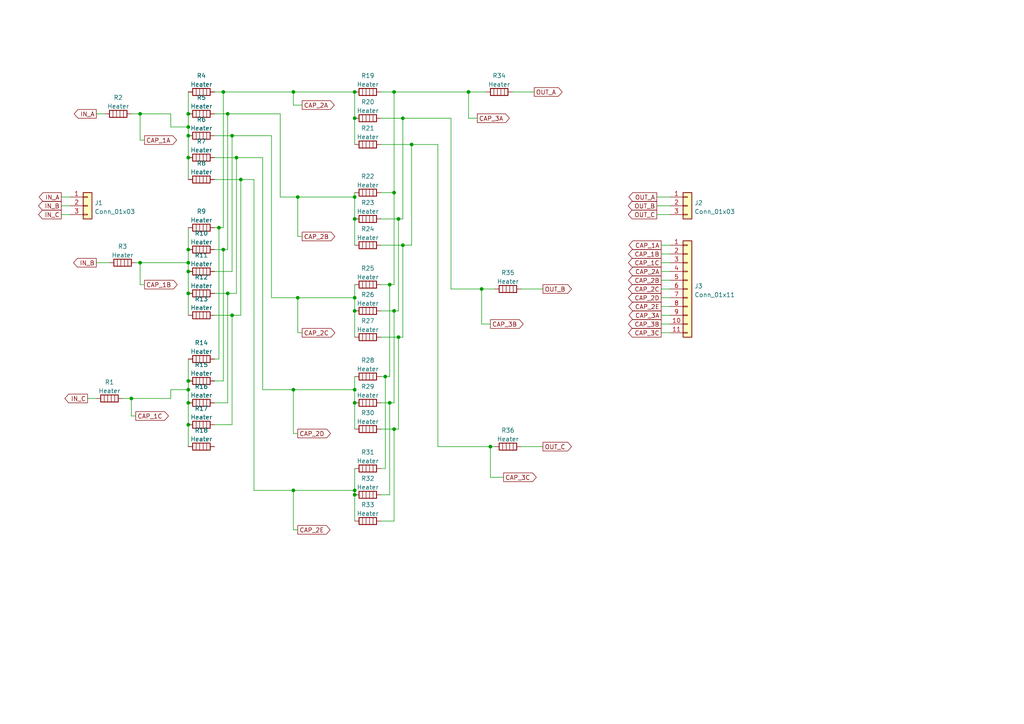
<source format=kicad_sch>
(kicad_sch (version 20211123) (generator eeschema)
  (paper "A4")
  (lib_symbols
    (symbol "Connector_Generic:Conn_01x03" (pin_names (offset 1.016) hide)
      (property "Reference" "J" (at 0 5.08 0))
      (property "Value" "Conn_01x03" (at 0 -5.08 0))
      (symbol "Conn_01x03_1_1"
        (rectangle (start -1.27 -2.413) (end 0 -2.667) (stroke (width 0.1524)))
        (rectangle (start -1.27 0.127) (end 0 -0.127) (stroke (width 0.1524)))
        (rectangle (start -1.27 2.667) (end 0 2.413) (stroke (width 0.1524)))
        (rectangle (start -1.27 3.81) (end 1.27 -3.81) (stroke (width 0.254)) (fill (type background)))
        (pin passive line (at -5.08 2.54 0) (length 3.81) (name "Pin_1") (number "1"))
        (pin passive line (at -5.08 0 0) (length 3.81) (name "Pin_2") (number "2"))
        (pin passive line (at -5.08 -2.54 0) (length 3.81) (name "Pin_3") (number "3"))
      )
    )
    (symbol "Connector_Generic:Conn_01x11" (pin_names (offset 1.016) hide)
      (property "Reference" "J" (at 0 15.24 0))
      (property "Value" "Conn_01x11" (at 0 -15.24 0))
      (symbol "Conn_01x11_1_1"
        (rectangle (start -1.27 -12.573) (end 0 -12.827) (stroke (width 0.1524)))
        (rectangle (start -1.27 -10.033) (end 0 -10.287) (stroke (width 0.1524)))
        (rectangle (start -1.27 -7.493) (end 0 -7.747) (stroke (width 0.1524)))
        (rectangle (start -1.27 -4.953) (end 0 -5.207) (stroke (width 0.1524)))
        (rectangle (start -1.27 -2.413) (end 0 -2.667) (stroke (width 0.1524)))
        (rectangle (start -1.27 0.127) (end 0 -0.127) (stroke (width 0.1524)))
        (rectangle (start -1.27 2.667) (end 0 2.413) (stroke (width 0.1524)))
        (rectangle (start -1.27 5.207) (end 0 4.953) (stroke (width 0.1524)))
        (rectangle (start -1.27 7.747) (end 0 7.493) (stroke (width 0.1524)))
        (rectangle (start -1.27 10.287) (end 0 10.033) (stroke (width 0.1524)))
        (rectangle (start -1.27 12.827) (end 0 12.573) (stroke (width 0.1524)))
        (rectangle (start -1.27 13.97) (end 1.27 -13.97) (stroke (width 0.254)) (fill (type background)))
        (pin passive line (at -5.08 12.7 0) (length 3.81) (name "Pin_1") (number "1"))
        (pin passive line (at -5.08 -10.16 0) (length 3.81) (name "Pin_10") (number "10"))
        (pin passive line (at -5.08 -12.7 0) (length 3.81) (name "Pin_11") (number "11"))
        (pin passive line (at -5.08 10.16 0) (length 3.81) (name "Pin_2") (number "2"))
        (pin passive line (at -5.08 7.62 0) (length 3.81) (name "Pin_3") (number "3"))
        (pin passive line (at -5.08 5.08 0) (length 3.81) (name "Pin_4") (number "4"))
        (pin passive line (at -5.08 2.54 0) (length 3.81) (name "Pin_5") (number "5"))
        (pin passive line (at -5.08 0 0) (length 3.81) (name "Pin_6") (number "6"))
        (pin passive line (at -5.08 -2.54 0) (length 3.81) (name "Pin_7") (number "7"))
        (pin passive line (at -5.08 -5.08 0) (length 3.81) (name "Pin_8") (number "8"))
        (pin passive line (at -5.08 -7.62 0) (length 3.81) (name "Pin_9") (number "9"))
      )
    )
    (symbol "Device:Heater" (pin_numbers hide) (pin_names (offset 0))
      (property "Reference" "R" (at 2.032 0 90))
      (property "Value" "Heater" (at -2.032 0 90))
      (symbol "Heater_0_1"
        (rectangle (start -1.016 -2.54) (end 1.016 2.54) (stroke (width 0.254)))
        (polyline (pts (xy -1.016 1.524) (xy 1.016 1.524)))
        (polyline (pts (xy 1.016 -1.524) (xy -1.016 -1.524)))
        (polyline (pts (xy 1.016 -0.508) (xy -1.016 -0.508)))
        (polyline (pts (xy 1.016 0.508) (xy -1.016 0.508)))
      )
      (symbol "Heater_1_1"
        (pin passive line (at 0 3.81 270) (length 1.27) (name "~") (number "1"))
        (pin passive line (at 0 -3.81 90) (length 1.27) (name "~") (number "2"))
      )
    )
  )
  (junction (at 54.61 39.37))
  (junction (at 114.3 90.17))
  (junction (at 64.77 26.67))
  (junction (at 40.64 76.2))
  (junction (at 54.61 33.02))
  (junction (at 102.87 34.29))
  (junction (at 102.87 63.5))
  (junction (at 69.85 52.07))
  (junction (at 139.7 83.82))
  (junction (at 54.61 78.74))
  (junction (at 40.64 33.02))
  (junction (at 114.3 124.46))
  (junction (at 116.84 71.12))
  (junction (at 54.61 36.83))
  (junction (at 66.04 33.02))
  (junction (at 54.61 85.09))
  (junction (at 54.61 110.49))
  (junction (at 102.87 86.36))
  (junction (at 68.58 45.72))
  (junction (at 85.09 113.03))
  (junction (at 38.1 115.57))
  (junction (at 102.87 113.03))
  (junction (at 85.09 142.24))
  (junction (at 102.87 143.51))
  (junction (at 86.36 57.15))
  (junction (at 113.03 82.55))
  (junction (at 54.61 116.84))
  (junction (at 102.87 90.17))
  (junction (at 54.61 72.39))
  (junction (at 67.31 39.37))
  (junction (at 135.89 26.67))
  (junction (at 66.04 85.09))
  (junction (at 102.87 116.84))
  (junction (at 54.61 123.19))
  (junction (at 54.61 113.03))
  (junction (at 111.76 109.22))
  (junction (at 114.3 26.67))
  (junction (at 114.3 55.88))
  (junction (at 102.87 26.67))
  (junction (at 119.38 41.91))
  (junction (at 113.03 116.84))
  (junction (at 85.09 26.67))
  (junction (at 102.87 57.15))
  (junction (at 142.24 129.54))
  (junction (at 63.5 66.04))
  (junction (at 67.31 91.44))
  (junction (at 102.87 142.24))
  (junction (at 86.36 86.36))
  (junction (at 54.61 45.72))
  (junction (at 115.57 63.5))
  (junction (at 115.57 97.79))
  (junction (at 116.84 34.29))
  (junction (at 64.77 72.39))
  (junction (at 54.61 76.2))
  (wire (pts (xy 27.94 76.2) (xy 31.75 76.2)))
  (wire (pts (xy 102.87 143.51) (xy 102.87 142.24)))
  (wire (pts (xy 62.23 66.04) (xy 63.5 66.04)))
  (wire (pts (xy 85.09 26.67) (xy 85.09 30.48)))
  (wire (pts (xy 73.66 52.07) (xy 73.66 142.24)))
  (wire (pts (xy 127 129.54) (xy 142.24 129.54)))
  (wire (pts (xy 40.64 33.02) (xy 49.53 33.02)))
  (wire (pts (xy 73.66 142.24) (xy 85.09 142.24)))
  (wire (pts (xy 115.57 97.79) (xy 116.84 97.79)))
  (wire (pts (xy 110.49 41.91) (xy 119.38 41.91)))
  (wire (pts (xy 116.84 71.12) (xy 119.38 71.12)))
  (wire (pts (xy 49.53 115.57) (xy 49.53 113.03)))
  (wire (pts (xy 110.49 26.67) (xy 114.3 26.67)))
  (wire (pts (xy 54.61 72.39) (xy 54.61 76.2)))
  (wire (pts (xy 191.77 78.74) (xy 194.31 78.74)))
  (wire (pts (xy 191.77 96.52) (xy 194.31 96.52)))
  (wire (pts (xy 17.78 57.15) (xy 20.32 57.15)))
  (wire (pts (xy 86.36 96.52) (xy 86.36 86.36)))
  (wire (pts (xy 151.13 129.54) (xy 157.48 129.54)))
  (wire (pts (xy 54.61 85.09) (xy 54.61 78.74)))
  (wire (pts (xy 78.74 39.37) (xy 78.74 86.36)))
  (wire (pts (xy 139.7 83.82) (xy 143.51 83.82)))
  (wire (pts (xy 114.3 55.88) (xy 114.3 26.67)))
  (wire (pts (xy 86.36 125.73) (xy 85.09 125.73)))
  (wire (pts (xy 40.64 76.2) (xy 54.61 76.2)))
  (wire (pts (xy 115.57 63.5) (xy 116.84 63.5)))
  (wire (pts (xy 111.76 135.89) (xy 111.76 109.22)))
  (wire (pts (xy 62.23 52.07) (xy 69.85 52.07)))
  (wire (pts (xy 142.24 129.54) (xy 143.51 129.54)))
  (wire (pts (xy 40.64 82.55) (xy 40.64 76.2)))
  (wire (pts (xy 102.87 124.46) (xy 102.87 116.84)))
  (wire (pts (xy 54.61 113.03) (xy 54.61 116.84)))
  (wire (pts (xy 62.23 91.44) (xy 67.31 91.44)))
  (wire (pts (xy 116.84 34.29) (xy 130.81 34.29)))
  (wire (pts (xy 54.61 104.14) (xy 54.61 110.49)))
  (wire (pts (xy 139.7 93.98) (xy 139.7 83.82)))
  (wire (pts (xy 54.61 52.07) (xy 54.61 45.72)))
  (wire (pts (xy 102.87 34.29) (xy 102.87 26.67)))
  (wire (pts (xy 25.4 115.57) (xy 27.94 115.57)))
  (wire (pts (xy 68.58 45.72) (xy 76.2 45.72)))
  (wire (pts (xy 111.76 109.22) (xy 113.03 109.22)))
  (wire (pts (xy 102.87 142.24) (xy 102.87 135.89)))
  (wire (pts (xy 62.23 85.09) (xy 66.04 85.09)))
  (wire (pts (xy 110.49 124.46) (xy 114.3 124.46)))
  (wire (pts (xy 191.77 81.28) (xy 194.31 81.28)))
  (wire (pts (xy 115.57 124.46) (xy 115.57 97.79)))
  (wire (pts (xy 39.37 120.65) (xy 38.1 120.65)))
  (wire (pts (xy 110.49 116.84) (xy 113.03 116.84)))
  (wire (pts (xy 38.1 115.57) (xy 49.53 115.57)))
  (wire (pts (xy 119.38 41.91) (xy 127 41.91)))
  (wire (pts (xy 41.91 82.55) (xy 40.64 82.55)))
  (wire (pts (xy 54.61 39.37) (xy 54.61 36.83)))
  (wire (pts (xy 114.3 116.84) (xy 114.3 90.17)))
  (wire (pts (xy 116.84 97.79) (xy 116.84 71.12)))
  (wire (pts (xy 39.37 76.2) (xy 40.64 76.2)))
  (wire (pts (xy 54.61 110.49) (xy 54.61 113.03)))
  (wire (pts (xy 54.61 91.44) (xy 54.61 85.09)))
  (wire (pts (xy 69.85 91.44) (xy 69.85 52.07)))
  (wire (pts (xy 114.3 90.17) (xy 115.57 90.17)))
  (wire (pts (xy 113.03 82.55) (xy 114.3 82.55)))
  (wire (pts (xy 63.5 66.04) (xy 64.77 66.04)))
  (wire (pts (xy 191.77 91.44) (xy 194.31 91.44)))
  (wire (pts (xy 130.81 34.29) (xy 130.81 83.82)))
  (wire (pts (xy 191.77 71.12) (xy 194.31 71.12)))
  (wire (pts (xy 66.04 72.39) (xy 66.04 33.02)))
  (wire (pts (xy 130.81 83.82) (xy 139.7 83.82)))
  (wire (pts (xy 114.3 26.67) (xy 135.89 26.67)))
  (wire (pts (xy 85.09 113.03) (xy 102.87 113.03)))
  (wire (pts (xy 62.23 104.14) (xy 63.5 104.14)))
  (wire (pts (xy 54.61 45.72) (xy 54.61 39.37)))
  (wire (pts (xy 66.04 116.84) (xy 66.04 85.09)))
  (wire (pts (xy 85.09 26.67) (xy 102.87 26.67)))
  (wire (pts (xy 102.87 113.03) (xy 102.87 109.22)))
  (wire (pts (xy 110.49 135.89) (xy 111.76 135.89)))
  (wire (pts (xy 64.77 26.67) (xy 85.09 26.67)))
  (wire (pts (xy 85.09 125.73) (xy 85.09 113.03)))
  (wire (pts (xy 41.91 40.64) (xy 40.64 40.64)))
  (wire (pts (xy 38.1 33.02) (xy 40.64 33.02)))
  (wire (pts (xy 40.64 40.64) (xy 40.64 33.02)))
  (wire (pts (xy 78.74 86.36) (xy 86.36 86.36)))
  (wire (pts (xy 110.49 55.88) (xy 114.3 55.88)))
  (wire (pts (xy 146.05 138.43) (xy 142.24 138.43)))
  (wire (pts (xy 113.03 116.84) (xy 114.3 116.84)))
  (wire (pts (xy 62.23 72.39) (xy 64.77 72.39)))
  (wire (pts (xy 54.61 76.2) (xy 54.61 78.74)))
  (wire (pts (xy 142.24 93.98) (xy 139.7 93.98)))
  (wire (pts (xy 138.43 34.29) (xy 135.89 34.29)))
  (wire (pts (xy 62.23 78.74) (xy 67.31 78.74)))
  (wire (pts (xy 81.28 57.15) (xy 86.36 57.15)))
  (wire (pts (xy 62.23 45.72) (xy 68.58 45.72)))
  (wire (pts (xy 110.49 71.12) (xy 116.84 71.12)))
  (wire (pts (xy 68.58 85.09) (xy 68.58 45.72)))
  (wire (pts (xy 87.63 68.58) (xy 86.36 68.58)))
  (wire (pts (xy 191.77 93.98) (xy 194.31 93.98)))
  (wire (pts (xy 86.36 86.36) (xy 102.87 86.36)))
  (wire (pts (xy 62.23 110.49) (xy 64.77 110.49)))
  (wire (pts (xy 110.49 109.22) (xy 111.76 109.22)))
  (wire (pts (xy 110.49 97.79) (xy 115.57 97.79)))
  (wire (pts (xy 102.87 57.15) (xy 102.87 63.5)))
  (wire (pts (xy 67.31 78.74) (xy 67.31 39.37)))
  (wire (pts (xy 190.5 59.69) (xy 194.31 59.69)))
  (wire (pts (xy 102.87 97.79) (xy 102.87 90.17)))
  (wire (pts (xy 102.87 116.84) (xy 102.87 113.03)))
  (wire (pts (xy 127 41.91) (xy 127 129.54)))
  (wire (pts (xy 191.77 73.66) (xy 194.31 73.66)))
  (wire (pts (xy 191.77 88.9) (xy 194.31 88.9)))
  (wire (pts (xy 110.49 63.5) (xy 115.57 63.5)))
  (wire (pts (xy 191.77 76.2) (xy 194.31 76.2)))
  (wire (pts (xy 85.09 142.24) (xy 102.87 142.24)))
  (wire (pts (xy 135.89 26.67) (xy 135.89 34.29)))
  (wire (pts (xy 191.77 86.36) (xy 194.31 86.36)))
  (wire (pts (xy 66.04 85.09) (xy 68.58 85.09)))
  (wire (pts (xy 17.78 59.69) (xy 20.32 59.69)))
  (wire (pts (xy 67.31 123.19) (xy 67.31 91.44)))
  (wire (pts (xy 110.49 82.55) (xy 113.03 82.55)))
  (wire (pts (xy 102.87 82.55) (xy 102.87 86.36)))
  (wire (pts (xy 64.77 72.39) (xy 66.04 72.39)))
  (wire (pts (xy 69.85 52.07) (xy 73.66 52.07)))
  (wire (pts (xy 76.2 113.03) (xy 85.09 113.03)))
  (wire (pts (xy 116.84 63.5) (xy 116.84 34.29)))
  (wire (pts (xy 191.77 83.82) (xy 194.31 83.82)))
  (wire (pts (xy 102.87 55.88) (xy 102.87 57.15)))
  (wire (pts (xy 110.49 151.13) (xy 114.3 151.13)))
  (wire (pts (xy 49.53 33.02) (xy 49.53 36.83)))
  (wire (pts (xy 49.53 36.83) (xy 54.61 36.83)))
  (wire (pts (xy 76.2 45.72) (xy 76.2 113.03)))
  (wire (pts (xy 110.49 90.17) (xy 114.3 90.17)))
  (wire (pts (xy 67.31 39.37) (xy 78.74 39.37)))
  (wire (pts (xy 113.03 109.22) (xy 113.03 82.55)))
  (wire (pts (xy 135.89 26.67) (xy 140.97 26.67)))
  (wire (pts (xy 81.28 33.02) (xy 81.28 57.15)))
  (wire (pts (xy 114.3 124.46) (xy 115.57 124.46)))
  (wire (pts (xy 119.38 71.12) (xy 119.38 41.91)))
  (wire (pts (xy 86.36 57.15) (xy 102.87 57.15)))
  (wire (pts (xy 54.61 66.04) (xy 54.61 72.39)))
  (wire (pts (xy 110.49 34.29) (xy 116.84 34.29)))
  (wire (pts (xy 62.23 123.19) (xy 67.31 123.19)))
  (wire (pts (xy 190.5 57.15) (xy 194.31 57.15)))
  (wire (pts (xy 54.61 116.84) (xy 54.61 123.19)))
  (wire (pts (xy 63.5 104.14) (xy 63.5 66.04)))
  (wire (pts (xy 54.61 26.67) (xy 54.61 33.02)))
  (wire (pts (xy 110.49 143.51) (xy 113.03 143.51)))
  (wire (pts (xy 62.23 26.67) (xy 64.77 26.67)))
  (wire (pts (xy 67.31 91.44) (xy 69.85 91.44)))
  (wire (pts (xy 62.23 116.84) (xy 66.04 116.84)))
  (wire (pts (xy 62.23 33.02) (xy 66.04 33.02)))
  (wire (pts (xy 64.77 66.04) (xy 64.77 26.67)))
  (wire (pts (xy 64.77 110.49) (xy 64.77 72.39)))
  (wire (pts (xy 86.36 68.58) (xy 86.36 57.15)))
  (wire (pts (xy 85.09 153.67) (xy 85.09 142.24)))
  (wire (pts (xy 27.94 33.02) (xy 30.48 33.02)))
  (wire (pts (xy 102.87 151.13) (xy 102.87 143.51)))
  (wire (pts (xy 102.87 86.36) (xy 102.87 90.17)))
  (wire (pts (xy 113.03 143.51) (xy 113.03 116.84)))
  (wire (pts (xy 17.78 62.23) (xy 20.32 62.23)))
  (wire (pts (xy 114.3 151.13) (xy 114.3 124.46)))
  (wire (pts (xy 38.1 120.65) (xy 38.1 115.57)))
  (wire (pts (xy 148.59 26.67) (xy 154.94 26.67)))
  (wire (pts (xy 190.5 62.23) (xy 194.31 62.23)))
  (wire (pts (xy 102.87 71.12) (xy 102.87 63.5)))
  (wire (pts (xy 142.24 138.43) (xy 142.24 129.54)))
  (wire (pts (xy 54.61 36.83) (xy 54.61 33.02)))
  (wire (pts (xy 54.61 129.54) (xy 54.61 123.19)))
  (wire (pts (xy 62.23 39.37) (xy 67.31 39.37)))
  (wire (pts (xy 49.53 113.03) (xy 54.61 113.03)))
  (wire (pts (xy 151.13 83.82) (xy 157.48 83.82)))
  (wire (pts (xy 102.87 41.91) (xy 102.87 34.29)))
  (wire (pts (xy 86.36 153.67) (xy 85.09 153.67)))
  (wire (pts (xy 115.57 90.17) (xy 115.57 63.5)))
  (wire (pts (xy 87.63 30.48) (xy 85.09 30.48)))
  (wire (pts (xy 66.04 33.02) (xy 81.28 33.02)))
  (wire (pts (xy 114.3 82.55) (xy 114.3 55.88)))
  (wire (pts (xy 35.56 115.57) (xy 38.1 115.57)))
  (wire (pts (xy 87.63 96.52) (xy 86.36 96.52)))
  (global_label "CAP_3C" (shape output) (at 146.05 138.43 0) (property "Intersheet References" "${INTERSHEET_REFS}" (effects hide)))
  (global_label "CAP_2A" (shape output) (at 191.77 78.74 180) (property "Intersheet References" "${INTERSHEET_REFS}" (effects hide)))
  (global_label "CAP_2D" (shape output) (at 86.36 125.73 0) (property "Intersheet References" "${INTERSHEET_REFS}" (effects hide)))
  (global_label "OUT_C" (shape output) (at 190.5 62.23 180) (property "Intersheet References" "${INTERSHEET_REFS}" (effects hide)))
  (global_label "OUT_B" (shape output) (at 157.48 83.82 0) (property "Intersheet References" "${INTERSHEET_REFS}" (effects hide)))
  (global_label "IN_B" (shape output) (at 17.78 59.69 180) (property "Intersheet References" "${INTERSHEET_REFS}" (effects hide)))
  (global_label "CAP_1C" (shape output) (at 191.77 76.2 180) (property "Intersheet References" "${INTERSHEET_REFS}" (effects hide)))
  (global_label "CAP_1A" (shape output) (at 191.77 71.12 180) (property "Intersheet References" "${INTERSHEET_REFS}" (effects hide)))
  (global_label "CAP_1B" (shape output) (at 191.77 73.66 180) (property "Intersheet References" "${INTERSHEET_REFS}" (effects hide)))
  (global_label "CAP_1C" (shape output) (at 39.37 120.65 0) (property "Intersheet References" "${INTERSHEET_REFS}" (effects hide)))
  (global_label "OUT_A" (shape output) (at 190.5 57.15 180) (property "Intersheet References" "${INTERSHEET_REFS}" (effects hide)))
  (global_label "OUT_B" (shape output) (at 190.5 59.69 180) (property "Intersheet References" "${INTERSHEET_REFS}" (effects hide)))
  (global_label "CAP_1A" (shape output) (at 41.91 40.64 0) (property "Intersheet References" "${INTERSHEET_REFS}" (effects hide)))
  (global_label "CAP_3C" (shape output) (at 191.77 96.52 180) (property "Intersheet References" "${INTERSHEET_REFS}" (effects hide)))
  (global_label "CAP_2E" (shape output) (at 86.36 153.67 0) (property "Intersheet References" "${INTERSHEET_REFS}" (effects hide)))
  (global_label "CAP_2C" (shape output) (at 87.63 96.52 0) (property "Intersheet References" "${INTERSHEET_REFS}" (effects hide)))
  (global_label "CAP_3A" (shape output) (at 138.43 34.29 0) (property "Intersheet References" "${INTERSHEET_REFS}" (effects hide)))
  (global_label "CAP_3B" (shape output) (at 142.24 93.98 0) (property "Intersheet References" "${INTERSHEET_REFS}" (effects hide)))
  (global_label "CAP_2E" (shape output) (at 191.77 88.9 180) (property "Intersheet References" "${INTERSHEET_REFS}" (effects hide)))
  (global_label "CAP_2B" (shape output) (at 87.63 68.58 0) (property "Intersheet References" "${INTERSHEET_REFS}" (effects hide)))
  (global_label "IN_A" (shape output) (at 17.78 57.15 180) (property "Intersheet References" "${INTERSHEET_REFS}" (effects hide)))
  (global_label "IN_B" (shape output) (at 27.94 76.2 180) (property "Intersheet References" "${INTERSHEET_REFS}" (effects hide)))
  (global_label "CAP_3A" (shape output) (at 191.77 91.44 180) (property "Intersheet References" "${INTERSHEET_REFS}" (effects hide)))
  (global_label "CAP_3B" (shape output) (at 191.77 93.98 180) (property "Intersheet References" "${INTERSHEET_REFS}" (effects hide)))
  (global_label "OUT_C" (shape output) (at 157.48 129.54 0) (property "Intersheet References" "${INTERSHEET_REFS}" (effects hide)))
  (global_label "CAP_2D" (shape output) (at 191.77 86.36 180) (property "Intersheet References" "${INTERSHEET_REFS}" (effects hide)))
  (global_label "CAP_2B" (shape output) (at 191.77 81.28 180) (property "Intersheet References" "${INTERSHEET_REFS}" (effects hide)))
  (global_label "CAP_2C" (shape output) (at 191.77 83.82 180) (property "Intersheet References" "${INTERSHEET_REFS}" (effects hide)))
  (global_label "IN_C" (shape output) (at 17.78 62.23 180) (property "Intersheet References" "${INTERSHEET_REFS}" (effects hide)))
  (global_label "IN_C" (shape output) (at 25.4 115.57 180) (property "Intersheet References" "${INTERSHEET_REFS}" (effects hide)))
  (global_label "CAP_1B" (shape output) (at 41.91 82.55 0) (property "Intersheet References" "${INTERSHEET_REFS}" (effects hide)))
  (global_label "OUT_A" (shape output) (at 154.94 26.67 0) (property "Intersheet References" "${INTERSHEET_REFS}" (effects hide)))
  (global_label "CAP_2A" (shape output) (at 87.63 30.48 0) (property "Intersheet References" "${INTERSHEET_REFS}" (effects hide)))
  (global_label "IN_A" (shape output) (at 27.94 33.02 180) (property "Intersheet References" "${INTERSHEET_REFS}" (effects hide)))
  (symbol (lib_id "Device:Heater") (at 31.75 115.57 270) (unit 1)
    (property "Reference" "R1" (at 31.75 110.8542 90))
    (property "Value" "Heater" (at 31.75 113.3911 90))
    (property "Footprint" "electrode_footprints:gap_0p2mm" (effects hide))
  )
  (symbol (lib_id "Device:Heater") (at 58.42 116.84 90) (unit 1)
    (property "Reference" "R16" (at 58.42 112.1242 90))
    (property "Value" "Heater" (at 58.42 114.6611 90))
    (property "Footprint" "electrode_footprints:gap_0p2mm" (effects hide))
  )
  (symbol (lib_id "Device:Heater") (at 35.56 76.2 270) (unit 1)
    (property "Reference" "R3" (at 35.56 71.4842 90))
    (property "Value" "Heater" (at 35.56 74.0211 90))
    (property "Footprint" "electrode_footprints:gap_0p2mm" (effects hide))
  )
  (symbol (lib_id "Device:Heater") (at 58.42 91.44 90) (unit 1)
    (property "Reference" "R13" (at 58.42 86.7242 90))
    (property "Value" "Heater" (at 58.42 89.2611 90))
    (property "Footprint" "electrode_footprints:gap_0p2mm" (effects hide))
  )
  (symbol (lib_id "Device:Heater") (at 58.42 85.09 90) (unit 1)
    (property "Reference" "R12" (at 58.42 80.3742 90))
    (property "Value" "Heater" (at 58.42 82.9111 90))
    (property "Footprint" "electrode_footprints:gap_0p2mm" (effects hide))
  )
  (symbol (lib_id "Device:Heater") (at 106.68 82.55 90) (unit 1)
    (property "Reference" "R25" (at 106.68 77.8342 90))
    (property "Value" "Heater" (at 106.68 80.3711 90))
    (property "Footprint" "electrode_footprints:gap_0p2mm" (effects hide))
  )
  (symbol (lib_id "Device:Heater") (at 106.68 71.12 90) (unit 1)
    (property "Reference" "R24" (at 106.68 66.4042 90))
    (property "Value" "Heater" (at 106.68 68.9411 90))
    (property "Footprint" "electrode_footprints:gap_0p2mm" (effects hide))
  )
  (symbol (lib_id "Device:Heater") (at 106.68 116.84 90) (unit 1)
    (property "Reference" "R29" (at 106.68 112.1242 90))
    (property "Value" "Heater" (at 106.68 114.6611 90))
    (property "Footprint" "electrode_footprints:gap_0p2mm" (effects hide))
  )
  (symbol (lib_id "Device:Heater") (at 106.68 151.13 90) (unit 1)
    (property "Reference" "R33" (at 106.68 146.4142 90))
    (property "Value" "Heater" (at 106.68 148.9511 90))
    (property "Footprint" "electrode_footprints:gap_0p2mm" (effects hide))
  )
  (symbol (lib_id "Device:Heater") (at 58.42 123.19 90) (unit 1)
    (property "Reference" "R17" (at 58.42 118.4742 90))
    (property "Value" "Heater" (at 58.42 121.0111 90))
    (property "Footprint" "electrode_footprints:gap_0p2mm" (effects hide))
  )
  (symbol (lib_id "Device:Heater") (at 144.78 26.67 90) (unit 1)
    (property "Reference" "R34" (at 144.78 21.9542 90))
    (property "Value" "Heater" (at 144.78 24.4911 90))
    (property "Footprint" "electrode_footprints:gap_0p2mm" (effects hide))
  )
  (symbol (lib_id "Device:Heater") (at 147.32 83.82 90) (unit 1)
    (property "Reference" "R35" (at 147.32 79.1042 90))
    (property "Value" "Heater" (at 147.32 81.6411 90))
    (property "Footprint" "electrode_footprints:gap_0p2mm" (effects hide))
  )
  (symbol (lib_id "Device:Heater") (at 58.42 78.74 90) (unit 1)
    (property "Reference" "R11" (at 58.42 74.0242 90))
    (property "Value" "Heater" (at 58.42 76.5611 90))
    (property "Footprint" "electrode_footprints:gap_0p2mm" (effects hide))
  )
  (symbol (lib_id "Device:Heater") (at 58.42 33.02 90) (unit 1)
    (property "Reference" "R5" (at 58.42 28.3042 90))
    (property "Value" "Heater" (at 58.42 30.8411 90))
    (property "Footprint" "electrode_footprints:gap_0p2mm" (effects hide))
  )
  (symbol (lib_id "Device:Heater") (at 34.29 33.02 270) (unit 1)
    (property "Reference" "R2" (at 34.29 28.3042 90))
    (property "Value" "Heater" (at 34.29 30.8411 90))
    (property "Footprint" "electrode_footprints:gap_0p2mm" (effects hide))
  )
  (symbol (lib_id "Device:Heater") (at 106.68 34.29 90) (unit 1)
    (property "Reference" "R20" (at 106.68 29.5742 90))
    (property "Value" "Heater" (at 106.68 32.1111 90))
    (property "Footprint" "electrode_footprints:gap_0p2mm" (effects hide))
  )
  (symbol (lib_id "Device:Heater") (at 106.68 97.79 90) (unit 1)
    (property "Reference" "R27" (at 106.68 93.0742 90))
    (property "Value" "Heater" (at 106.68 95.6111 90))
    (property "Footprint" "electrode_footprints:gap_0p2mm" (effects hide))
  )
  (symbol (lib_id "Connector_Generic:Conn_01x11") (at 199.39 83.82 0) (unit 1)
    (property "Reference" "J3" (at 201.422 82.9853 0) (effects (justify left)))
    (property "Value" "Conn_01x11" (at 201.422 85.5222 0) (effects (justify left)))
    (property "Footprint" "Connector_PinHeader_2.54mm:PinHeader_1x11_P2.54mm_Vertical_SMD_Pin1Left" (effects hide))
  )
  (symbol (lib_id "Device:Heater") (at 106.68 143.51 90) (unit 1)
    (property "Reference" "R32" (at 106.68 138.7942 90))
    (property "Value" "Heater" (at 106.68 141.3311 90))
    (property "Footprint" "electrode_footprints:gap_0p2mm" (effects hide))
  )
  (symbol (lib_id "Device:Heater") (at 106.68 90.17 90) (unit 1)
    (property "Reference" "R26" (at 106.68 85.4542 90))
    (property "Value" "Heater" (at 106.68 87.9911 90))
    (property "Footprint" "electrode_footprints:gap_0p2mm" (effects hide))
  )
  (symbol (lib_id "Connector_Generic:Conn_01x03") (at 25.4 59.69 0) (unit 1)
    (property "Reference" "J1" (at 27.432 58.8553 0) (effects (justify left)))
    (property "Value" "Conn_01x03" (at 27.432 61.3922 0) (effects (justify left)))
    (property "Footprint" "Connector_PinHeader_2.54mm:PinHeader_1x03_P2.54mm_Vertical_SMD_Pin1Left" (effects hide))
  )
  (symbol (lib_id "Device:Heater") (at 147.32 129.54 90) (unit 1)
    (property "Reference" "R36" (at 147.32 124.8242 90))
    (property "Value" "Heater" (at 147.32 127.3611 90))
    (property "Footprint" "electrode_footprints:gap_0p2mm" (effects hide))
  )
  (symbol (lib_id "Connector_Generic:Conn_01x03") (at 199.39 59.69 0) (unit 1)
    (property "Reference" "J2" (at 201.422 58.8553 0) (effects (justify left)))
    (property "Value" "Conn_01x03" (at 201.422 61.3922 0) (effects (justify left)))
    (property "Footprint" "Connector_PinHeader_2.54mm:PinHeader_1x03_P2.54mm_Vertical_SMD_Pin1Left" (effects hide))
  )
  (symbol (lib_id "Device:Heater") (at 58.42 129.54 90) (unit 1)
    (property "Reference" "R18" (at 58.42 124.8242 90))
    (property "Value" "Heater" (at 58.42 127.3611 90))
    (property "Footprint" "electrode_footprints:gap_0p2mm" (effects hide))
  )
  (symbol (lib_id "Device:Heater") (at 58.42 39.37 90) (unit 1)
    (property "Reference" "R6" (at 58.42 34.6542 90))
    (property "Value" "Heater" (at 58.42 37.1911 90))
    (property "Footprint" "electrode_footprints:gap_0p2mm" (effects hide))
  )
  (symbol (lib_id "Device:Heater") (at 58.42 66.04 90) (unit 1)
    (property "Reference" "R9" (at 58.42 61.3242 90))
    (property "Value" "Heater" (at 58.42 63.8611 90))
    (property "Footprint" "electrode_footprints:gap_0p2mm" (effects hide))
  )
  (symbol (lib_id "Device:Heater") (at 106.68 124.46 90) (unit 1)
    (property "Reference" "R30" (at 106.68 119.7442 90))
    (property "Value" "Heater" (at 106.68 122.2811 90))
    (property "Footprint" "electrode_footprints:gap_0p2mm" (effects hide))
  )
  (symbol (lib_id "Device:Heater") (at 58.42 72.39 90) (unit 1)
    (property "Reference" "R10" (at 58.42 67.6742 90))
    (property "Value" "Heater" (at 58.42 70.2111 90))
    (property "Footprint" "electrode_footprints:gap_0p2mm" (effects hide))
  )
  (symbol (lib_id "Device:Heater") (at 106.68 41.91 90) (unit 1)
    (property "Reference" "R21" (at 106.68 37.1942 90))
    (property "Value" "Heater" (at 106.68 39.7311 90))
    (property "Footprint" "electrode_footprints:gap_0p2mm" (effects hide))
  )
  (symbol (lib_id "Device:Heater") (at 106.68 63.5 90) (unit 1)
    (property "Reference" "R23" (at 106.68 58.7842 90))
    (property "Value" "Heater" (at 106.68 61.3211 90))
    (property "Footprint" "electrode_footprints:gap_0p2mm" (effects hide))
  )
  (symbol (lib_id "Device:Heater") (at 106.68 109.22 90) (unit 1)
    (property "Reference" "R28" (at 106.68 104.5042 90))
    (property "Value" "Heater" (at 106.68 107.0411 90))
    (property "Footprint" "electrode_footprints:gap_0p2mm" (effects hide))
  )
  (symbol (lib_id "Device:Heater") (at 58.42 110.49 90) (unit 1)
    (property "Reference" "R15" (at 58.42 105.7742 90))
    (property "Value" "Heater" (at 58.42 108.3111 90))
    (property "Footprint" "electrode_footprints:gap_0p2mm" (effects hide))
  )
  (symbol (lib_id "Device:Heater") (at 58.42 26.67 90) (unit 1)
    (property "Reference" "R4" (at 58.42 21.9542 90))
    (property "Value" "Heater" (at 58.42 24.4911 90))
    (property "Footprint" "electrode_footprints:gap_0p2mm" (effects hide))
  )
  (symbol (lib_id "Device:Heater") (at 106.68 135.89 90) (unit 1)
    (property "Reference" "R31" (at 106.68 131.1742 90))
    (property "Value" "Heater" (at 106.68 133.7111 90))
    (property "Footprint" "electrode_footprints:gap_0p2mm" (effects hide))
  )
  (symbol (lib_id "Device:Heater") (at 58.42 52.07 90) (unit 1)
    (property "Reference" "R8" (at 58.42 47.3542 90))
    (property "Value" "Heater" (at 58.42 49.8911 90))
    (property "Footprint" "electrode_footprints:gap_0p2mm" (effects hide))
  )
  (symbol (lib_id "Device:Heater") (at 106.68 55.88 90) (unit 1)
    (property "Reference" "R22" (at 106.68 51.1642 90))
    (property "Value" "Heater" (at 106.68 53.7011 90))
    (property "Footprint" "electrode_footprints:gap_0p2mm" (effects hide))
  )
  (symbol (lib_id "Device:Heater") (at 58.42 104.14 90) (unit 1)
    (property "Reference" "R14" (at 58.42 99.4242 90))
    (property "Value" "Heater" (at 58.42 101.9611 90))
    (property "Footprint" "electrode_footprints:gap_0p2mm" (effects hide))
  )
  (symbol (lib_id "Device:Heater") (at 58.42 45.72 90) (unit 1)
    (property "Reference" "R7" (at 58.42 41.0042 90))
    (property "Value" "Heater" (at 58.42 43.5411 90))
    (property "Footprint" "electrode_footprints:gap_0p2mm" (effects hide))
  )
  (symbol (lib_id "Device:Heater") (at 106.68 26.67 90) (unit 1)
    (property "Reference" "R19" (at 106.68 21.9542 90))
    (property "Value" "Heater" (at 106.68 24.4911 90))
    (property "Footprint" "electrode_footprints:gap_0p2mm" (effects hide))
  )
)
</source>
